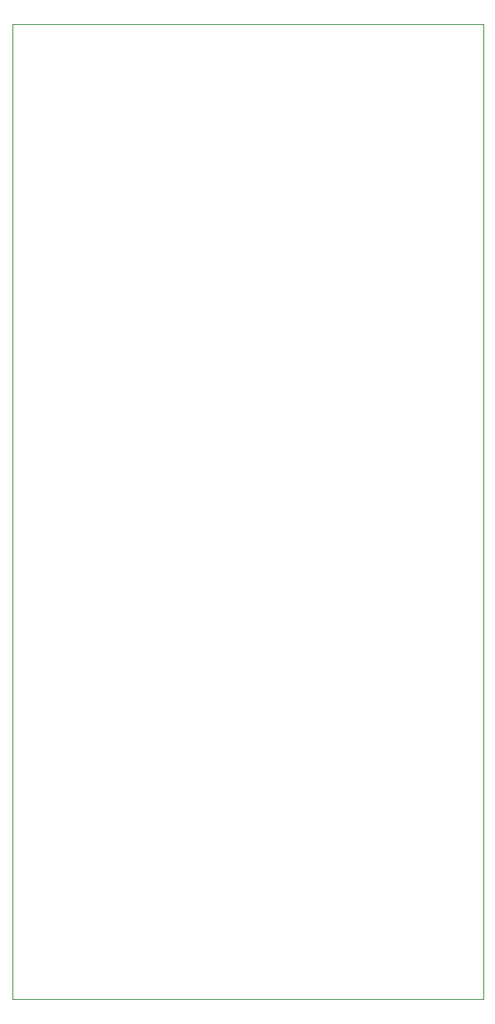
<source format=gbr>
%TF.GenerationSoftware,KiCad,Pcbnew,6.0.11+dfsg-1~bpo11+1*%
%TF.CreationDate,2023-04-14T14:38:55+08:00*%
%TF.ProjectId,MiniMix - Main,4d696e69-4d69-4782-902d-204d61696e2e,rev?*%
%TF.SameCoordinates,Original*%
%TF.FileFunction,Profile,NP*%
%FSLAX46Y46*%
G04 Gerber Fmt 4.6, Leading zero omitted, Abs format (unit mm)*
G04 Created by KiCad (PCBNEW 6.0.11+dfsg-1~bpo11+1) date 2023-04-14 14:38:55*
%MOMM*%
%LPD*%
G01*
G04 APERTURE LIST*
%TA.AperFunction,Profile*%
%ADD10C,0.100000*%
%TD*%
G04 APERTURE END LIST*
D10*
X147200000Y-156800000D02*
X195200000Y-156800000D01*
X195200000Y-156800000D02*
X195200000Y-57600000D01*
X195200000Y-57600000D02*
X147200000Y-57600000D01*
X147200000Y-57600000D02*
X147200000Y-156800000D01*
M02*

</source>
